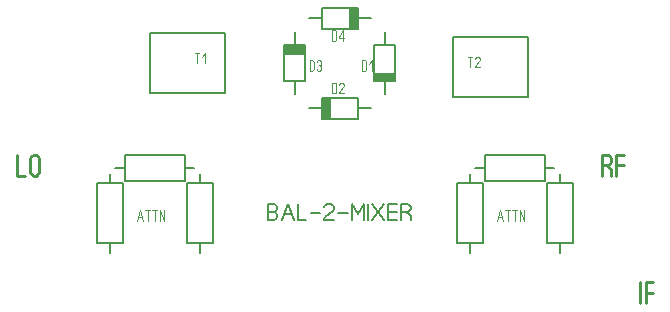
<source format=gbr>
%FSLAX34Y34*%
%MOMM*%
%LNSILK_TOP*%
G71*
G01*
%ADD10C,0.150*%
%ADD11C,0.222*%
%ADD12C,0.100*%
%ADD13C,0.111*%
%ADD14C,0.167*%
%LPD*%
G54D10*
X108921Y177970D02*
X131096Y177970D01*
X131096Y127270D01*
X108921Y127270D01*
X108921Y177970D01*
G54D10*
X120009Y178170D02*
X120009Y186070D01*
G54D10*
X120009Y127170D02*
X120009Y119270D01*
G54D10*
X183462Y201838D02*
X183462Y179663D01*
X132762Y179663D01*
X132762Y201838D01*
X183462Y201838D01*
G54D10*
X183662Y190751D02*
X191562Y190751D01*
G54D10*
X132662Y190751D02*
X124762Y190751D01*
G54D10*
X185112Y177896D02*
X207287Y177896D01*
X207287Y127196D01*
X185112Y127196D01*
X185112Y177896D01*
G54D10*
X196199Y178096D02*
X196199Y185996D01*
G54D10*
X196199Y127096D02*
X196199Y119196D01*
G54D10*
X413721Y177970D02*
X435896Y177970D01*
X435896Y127270D01*
X413721Y127270D01*
X413721Y177970D01*
G54D10*
X424809Y178170D02*
X424809Y186070D01*
G54D10*
X424809Y127170D02*
X424809Y119270D01*
G54D10*
X488262Y201838D02*
X488262Y179663D01*
X437562Y179663D01*
X437562Y201838D01*
X488262Y201838D01*
G54D10*
X488462Y190751D02*
X496362Y190751D01*
G54D10*
X437462Y190751D02*
X429562Y190751D01*
G54D10*
X489912Y177896D02*
X512087Y177896D01*
X512087Y127196D01*
X489912Y127196D01*
X489912Y177896D01*
G54D10*
X500999Y178096D02*
X500999Y185996D01*
G54D10*
X500999Y127096D02*
X500999Y119196D01*
G54D11*
X41723Y202239D02*
X41723Y184461D01*
X47945Y184461D01*
G54D11*
X59945Y198905D02*
X59945Y187794D01*
X59056Y185572D01*
X57279Y184461D01*
X55501Y184461D01*
X53723Y185572D01*
X52834Y187794D01*
X52834Y198905D01*
X53723Y201128D01*
X55501Y202239D01*
X57279Y202239D01*
X59056Y201128D01*
X59945Y198905D01*
G54D11*
X540578Y193350D02*
X543245Y191128D01*
X544134Y188905D01*
X544134Y184461D01*
G54D11*
X537023Y184461D02*
X537023Y202239D01*
X541468Y202239D01*
X543245Y201128D01*
X544134Y198905D01*
X544134Y196683D01*
X543245Y194461D01*
X541468Y193350D01*
X537023Y193350D01*
G54D11*
X549023Y184461D02*
X549023Y202239D01*
X555245Y202239D01*
G54D11*
X549023Y193350D02*
X555245Y193350D01*
G54D11*
X568773Y76511D02*
X568773Y94289D01*
G54D11*
X573662Y76511D02*
X573662Y94289D01*
X579884Y94289D01*
G54D11*
X573662Y85400D02*
X579884Y85400D01*
G54D10*
X329973Y309111D02*
X329973Y326511D01*
X299573Y326511D01*
X299573Y309111D01*
X329973Y309111D01*
G36*
X329873Y309211D02*
X329873Y325911D01*
X322673Y325911D01*
X322673Y309211D01*
X329873Y309211D01*
G37*
G54D12*
X329873Y309211D02*
X329873Y325911D01*
X322673Y325911D01*
X322673Y309211D01*
X329873Y309211D01*
G54D10*
X340973Y317811D02*
X329873Y317811D01*
G54D10*
X299673Y317811D02*
X288573Y317811D01*
G54D10*
X344173Y264511D02*
X361573Y264511D01*
X361573Y294911D01*
X344173Y294911D01*
X344173Y264511D01*
G36*
X344273Y264611D02*
X360973Y264611D01*
X360973Y271811D01*
X344273Y271811D01*
X344273Y264611D01*
G37*
G54D12*
X344273Y264611D02*
X360973Y264611D01*
X360973Y271811D01*
X344273Y271811D01*
X344273Y264611D01*
G54D10*
X352873Y253511D02*
X352873Y264611D01*
G54D10*
X352873Y294811D02*
X352873Y305911D01*
G54D10*
X299573Y250311D02*
X299573Y232911D01*
X329973Y232911D01*
X329973Y250311D01*
X299573Y250311D01*
G36*
X299673Y250211D02*
X299673Y233511D01*
X306873Y233511D01*
X306873Y250211D01*
X299673Y250211D01*
G37*
G54D12*
X299673Y250211D02*
X299673Y233511D01*
X306873Y233511D01*
X306873Y250211D01*
X299673Y250211D01*
G54D10*
X288573Y241611D02*
X299673Y241611D01*
G54D10*
X329873Y241611D02*
X340973Y241611D01*
G54D10*
X285373Y294911D02*
X267973Y294911D01*
X267973Y264511D01*
X285373Y264511D01*
X285373Y294911D01*
G36*
X285273Y294811D02*
X268573Y294811D01*
X268573Y287611D01*
X285273Y287611D01*
X285273Y294811D01*
G37*
G54D12*
X285273Y294811D02*
X268573Y294811D01*
X268573Y287611D01*
X285273Y287611D01*
X285273Y294811D01*
G54D10*
X276673Y305911D02*
X276673Y294811D01*
G54D10*
X276673Y264611D02*
X276673Y253511D01*
G54D13*
X333823Y273361D02*
X333823Y282250D01*
X336045Y282250D01*
X336934Y281694D01*
X337379Y280583D01*
X337379Y275028D01*
X336934Y273917D01*
X336045Y273361D01*
X333823Y273361D01*
G54D13*
X339823Y278917D02*
X342045Y282250D01*
X342045Y273361D01*
G54D13*
X308423Y254311D02*
X308423Y263200D01*
X310645Y263200D01*
X311534Y262644D01*
X311979Y261533D01*
X311979Y255978D01*
X311534Y254867D01*
X310645Y254311D01*
X308423Y254311D01*
G54D13*
X317979Y254311D02*
X314423Y254311D01*
X314423Y254867D01*
X314867Y255978D01*
X317534Y259311D01*
X317979Y260422D01*
X317979Y261533D01*
X317534Y262644D01*
X316645Y263200D01*
X315756Y263200D01*
X314867Y262644D01*
X314423Y261533D01*
G54D13*
X289373Y273361D02*
X289373Y282250D01*
X291595Y282250D01*
X292484Y281694D01*
X292929Y280583D01*
X292929Y275028D01*
X292484Y273917D01*
X291595Y273361D01*
X289373Y273361D01*
G54D13*
X295373Y280583D02*
X295817Y281694D01*
X296706Y282250D01*
X297595Y282250D01*
X298484Y281694D01*
X298929Y280583D01*
X298929Y279472D01*
X298484Y278361D01*
X297595Y277805D01*
X298484Y277250D01*
X298929Y276139D01*
X298929Y275028D01*
X298484Y273917D01*
X297595Y273361D01*
X296706Y273361D01*
X295817Y273917D01*
X295373Y275028D01*
G54D13*
X308423Y298761D02*
X308423Y307650D01*
X310645Y307650D01*
X311534Y307094D01*
X311979Y305983D01*
X311979Y300428D01*
X311534Y299317D01*
X310645Y298761D01*
X308423Y298761D01*
G54D13*
X317090Y298761D02*
X317090Y307650D01*
X314423Y302094D01*
X314423Y300983D01*
X317979Y300983D01*
G54D13*
X143323Y146361D02*
X145545Y155250D01*
X147767Y146361D01*
G54D13*
X144212Y149694D02*
X146879Y149694D01*
G54D13*
X151989Y146361D02*
X151989Y155250D01*
G54D13*
X150211Y155250D02*
X153767Y155250D01*
G54D13*
X157989Y146361D02*
X157989Y155250D01*
G54D13*
X156211Y155250D02*
X159767Y155250D01*
G54D13*
X162211Y146361D02*
X162211Y155250D01*
X165767Y146361D01*
X165767Y155250D01*
G54D13*
X448123Y146361D02*
X450345Y155250D01*
X452567Y146361D01*
G54D13*
X449012Y149694D02*
X451678Y149694D01*
G54D13*
X456789Y146361D02*
X456789Y155250D01*
G54D13*
X455011Y155250D02*
X458567Y155250D01*
G54D13*
X462789Y146361D02*
X462789Y155250D01*
G54D13*
X461011Y155250D02*
X464566Y155250D01*
G54D13*
X467011Y146361D02*
X467011Y155250D01*
X470566Y146361D01*
X470566Y155250D01*
G54D10*
X154350Y254223D02*
X217850Y254223D01*
X217850Y305023D01*
X154350Y305023D01*
X154350Y254223D01*
G54D13*
X194228Y279623D02*
X194228Y288512D01*
G54D13*
X192450Y288512D02*
X196006Y288512D01*
G54D13*
X198450Y285179D02*
X200672Y288512D01*
X200672Y279623D01*
G54D10*
X474390Y301730D02*
X410890Y301730D01*
X410890Y250930D01*
X474390Y250930D01*
X474390Y301730D01*
G54D13*
X425368Y276330D02*
X425368Y285219D01*
G54D13*
X423590Y285219D02*
X427146Y285219D01*
G54D13*
X433146Y276330D02*
X429590Y276330D01*
X429590Y276886D01*
X430034Y277997D01*
X432701Y281330D01*
X433146Y282441D01*
X433146Y283552D01*
X432701Y284663D01*
X431812Y285219D01*
X430923Y285219D01*
X430034Y284663D01*
X429590Y283552D01*
G54D14*
X254000Y146800D02*
X254000Y160133D01*
X259000Y160133D01*
X261000Y159300D01*
X262000Y157633D01*
X262000Y155967D01*
X261000Y154300D01*
X259000Y153467D01*
X261000Y152633D01*
X262000Y150967D01*
X262000Y149300D01*
X261000Y147633D01*
X259000Y146800D01*
X254000Y146800D01*
G54D14*
X254000Y153467D02*
X259000Y153467D01*
G54D14*
X265667Y146800D02*
X270667Y160133D01*
X275667Y146800D01*
G54D14*
X267667Y151800D02*
X273667Y151800D01*
G54D14*
X279334Y160133D02*
X279334Y146800D01*
X286334Y146800D01*
G54D14*
X290001Y152633D02*
X298001Y152633D01*
G54D14*
X309668Y146800D02*
X301668Y146800D01*
X301668Y147633D01*
X302668Y149300D01*
X308668Y154300D01*
X309668Y155967D01*
X309668Y157633D01*
X308668Y159300D01*
X306668Y160133D01*
X304668Y160133D01*
X302668Y159300D01*
X301668Y157633D01*
G54D14*
X313335Y152633D02*
X321335Y152633D01*
G54D14*
X325002Y146800D02*
X325002Y160133D01*
X330002Y151800D01*
X335002Y160133D01*
X335002Y146800D01*
G54D14*
X338669Y146800D02*
X338669Y160133D01*
G54D14*
X342336Y160133D02*
X352336Y146800D01*
G54D14*
X342336Y146800D02*
X352336Y160133D01*
G54D14*
X363003Y146800D02*
X356003Y146800D01*
X356003Y160133D01*
X363003Y160133D01*
G54D14*
X356003Y153467D02*
X363003Y153467D01*
G54D14*
X370670Y153467D02*
X373670Y151800D01*
X374670Y150133D01*
X374670Y146800D01*
G54D14*
X366670Y146800D02*
X366670Y160133D01*
X371670Y160133D01*
X373670Y159300D01*
X374670Y157633D01*
X374670Y155967D01*
X373670Y154300D01*
X371670Y153467D01*
X366670Y153467D01*
M02*

</source>
